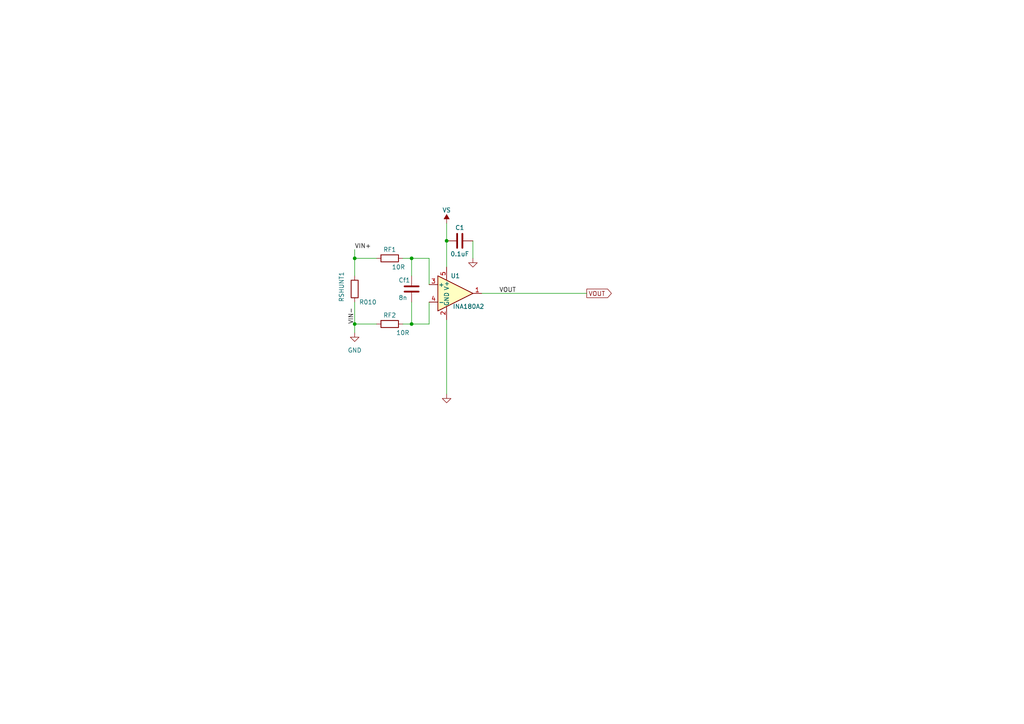
<source format=kicad_sch>
(kicad_sch (version 20211123) (generator eeschema)
  (paper "A4")
  (lib_symbols
    (symbol "Amplifier_Current:INA180A2" (pin_names (offset 0.127))
      (property "Reference" "U" (at 3.81 3.81 0))
      (property "Value" "INA180A2" (at 3.81 -2.54 0))
      (symbol "INA180A2_0_1"
        (polyline (pts (xy 5.08 0) (xy -5.08 5.08) (xy -5.08 -5.08) (xy 5.08 0)) (stroke (width 0.254)) (fill (type background)))
      )
      (symbol "INA180A2_1_1"
        (pin output line (at 7.62 0 180) (length 2.54) (name "~") (number "1"))
        (pin power_in line (at -2.54 -7.62 90) (length 3.81) (name "GND") (number "2"))
        (pin input line (at -7.62 2.54 0) (length 2.54) (name "+") (number "3"))
        (pin input line (at -7.62 -2.54 0) (length 2.54) (name "-") (number "4"))
        (pin power_in line (at -2.54 7.62 270) (length 3.81) (name "V+") (number "5"))
      )
    )
    (symbol "Device:C" (pin_numbers hide) (pin_names (offset 0.254))
      (property "Reference" "C" (at 0.635 2.54 0))
      (property "Value" "C" (at 0.635 -2.54 0))
      (symbol "C_0_1"
        (polyline (pts (xy -2.032 -0.762) (xy 2.032 -0.762)) (stroke (width 0.508)))
        (polyline (pts (xy -2.032 0.762) (xy 2.032 0.762)) (stroke (width 0.508)))
      )
      (symbol "C_1_1"
        (pin passive line (at 0 3.81 270) (length 2.794) (name "~") (number "1"))
        (pin passive line (at 0 -3.81 90) (length 2.794) (name "~") (number "2"))
      )
    )
    (symbol "Device:R" (pin_numbers hide) (pin_names (offset 0))
      (property "Reference" "R" (at 2.032 0 90))
      (property "Value" "R" (at 0 0 90))
      (symbol "R_0_1"
        (rectangle (start -1.016 -2.54) (end 1.016 2.54) (stroke (width 0.254)))
      )
      (symbol "R_1_1"
        (pin passive line (at 0 3.81 270) (length 1.27) (name "~") (number "1"))
        (pin passive line (at 0 -3.81 90) (length 1.27) (name "~") (number "2"))
      )
    )
    (symbol "power:GND" (power) (pin_names (offset 0))
      (property "Value" "GND" (at 0 -3.81 0))
      (symbol "GND_0_1"
        (polyline (pts (xy 0 0) (xy 0 -1.27) (xy 1.27 -1.27) (xy 0 -2.54) (xy -1.27 -1.27) (xy 0 -1.27)))
      )
      (symbol "GND_1_1"
        (pin power_in line (at 0 0 270) (length 0) hide (name "GND") (number "1"))
      )
    )
    (symbol "power:VS" (power) (pin_names (offset 0))
      (property "Value" "VS" (at 0 3.81 0))
      (symbol "VS_0_1"
        (polyline (pts (xy 0 0) (xy 0 2.54)))
        (polyline (pts (xy 0.762 1.27) (xy -0.762 1.27) (xy 0 2.54) (xy 0.762 1.27)) (fill (type outline)))
      )
      (symbol "VS_1_1"
        (pin power_in line (at 0 0 90) (length 0) hide (name "VS") (number "1"))
      )
    )
  )
  (junction (at 119.38 74.93))
  (junction (at 102.87 93.98))
  (junction (at 119.38 93.98))
  (junction (at 129.54 69.85))
  (junction (at 102.87 74.93))
  (wire (pts (xy 102.87 74.93) (xy 102.87 80.01)))
  (wire (pts (xy 129.54 92.71) (xy 129.54 114.3)))
  (wire (pts (xy 129.54 64.77) (xy 129.54 69.85)))
  (wire (pts (xy 139.7 85.09) (xy 170.18 85.09)))
  (wire (pts (xy 109.22 74.93) (xy 102.87 74.93)))
  (wire (pts (xy 129.54 69.85) (xy 129.54 77.47)))
  (wire (pts (xy 119.38 74.93) (xy 124.46 74.93)))
  (wire (pts (xy 116.84 74.93) (xy 119.38 74.93)))
  (wire (pts (xy 102.87 87.63) (xy 102.87 93.98)))
  (wire (pts (xy 137.16 74.93) (xy 137.16 69.85)))
  (wire (pts (xy 116.84 93.98) (xy 119.38 93.98)))
  (wire (pts (xy 102.87 72.39) (xy 102.87 74.93)))
  (wire (pts (xy 102.87 93.98) (xy 109.22 93.98)))
  (wire (pts (xy 119.38 87.63) (xy 119.38 93.98)))
  (wire (pts (xy 124.46 74.93) (xy 124.46 82.55)))
  (wire (pts (xy 102.87 93.98) (xy 102.87 96.52)))
  (wire (pts (xy 119.38 93.98) (xy 124.46 93.98)))
  (wire (pts (xy 119.38 74.93) (xy 119.38 80.01)))
  (wire (pts (xy 124.46 93.98) (xy 124.46 87.63)))
  (label "VOUT" (at 144.78 85.09 0))
  (label "VIN+" (at 102.87 72.39 0))
  (label "VIN-" (at 102.87 93.98 90))
  (global_label "VOUT" (shape output) (at 170.18 85.09 0) (property "Intersheet References" "${INTERSHEET_REFS}" (effects hide)))
  (symbol (lib_id "Device:C") (at 133.35 69.85 90) (unit 1)
    (property "Reference" "C1" (at 133.35 66.04 90))
    (property "Value" "0.1uF" (at 133.35 73.66 90))
    (property "Footprint" "Capacitor_SMD:C_0603_1608Metric" (effects hide))
  )
  (symbol (lib_id "Device:R") (at 113.03 93.98 270) (unit 1)
    (property "Reference" "RF2" (at 113.03 91.44 90))
    (property "Value" "10R" (at 116.84 96.52 90))
    (property "Footprint" "Resistor_SMD:R_0603_1608Metric" (effects hide))
  )
  (symbol (lib_id "power:GND") (at 129.54 114.3 0) (unit 1)
    (property "Reference" "#PWR02" (effects hide))
    (property "Value" "GND" (effects hide))
  )
  (symbol (lib_id "Device:C") (at 119.38 83.82 0) (unit 1)
    (property "Reference" "Cf1" (at 115.57 81.28 0) (effects (justify left)))
    (property "Value" "8n" (at 115.57 86.36 0) (effects (justify left)))
    (property "Footprint" "Capacitor_SMD:C_0603_1608Metric" (effects hide))
  )
  (symbol (lib_id "power:GND") (at 102.87 96.52 0) (unit 1)
    (property "Reference" "#PWR0103" (effects hide))
    (property "Value" "GND" (at 102.87 101.6 0))
  )
  (symbol (lib_id "Amplifier_Current:INA180A2") (at 132.08 85.09 0) (unit 1)
    (property "Reference" "U1" (at 132.08 80.01 0))
    (property "Value" "INA180A2" (at 135.89 88.9 0))
    (property "Footprint" "Package_TO_SOT_SMD:SOT-23-5" (effects hide))
    (property "Datasheet" "http://www.ti.com/lit/ds/symlink/ina180.pdf" (effects hide))
  )
  (symbol (lib_id "Device:R") (at 102.87 83.82 0) (unit 1)
    (property "Reference" "RSHUNT1" (at 99.06 87.63 90) (effects (justify left)))
    (property "Value" "R010" (at 104.14 87.63 0) (effects (justify left)))
    (property "Footprint" "Resistor_SMD:R_2512_6332Metric" (effects hide))
  )
  (symbol (lib_id "Device:R") (at 113.03 74.93 270) (unit 1)
    (property "Reference" "RF1" (at 113.03 72.39 90))
    (property "Value" "10R" (at 115.57 77.47 90))
    (property "Footprint" "Resistor_SMD:R_0603_1608Metric" (effects hide))
  )
  (symbol (lib_id "power:GND") (at 137.16 74.93 0) (unit 1)
    (property "Reference" "#PWR0102" (effects hide))
    (property "Value" "GND" (effects hide))
  )
  (symbol (lib_id "power:VS") (at 129.54 64.77 0) (unit 1)
    (property "Reference" "#PWR0101" (effects hide))
    (property "Value" "VS" (at 129.54 60.96 0))
  )
)
</source>
